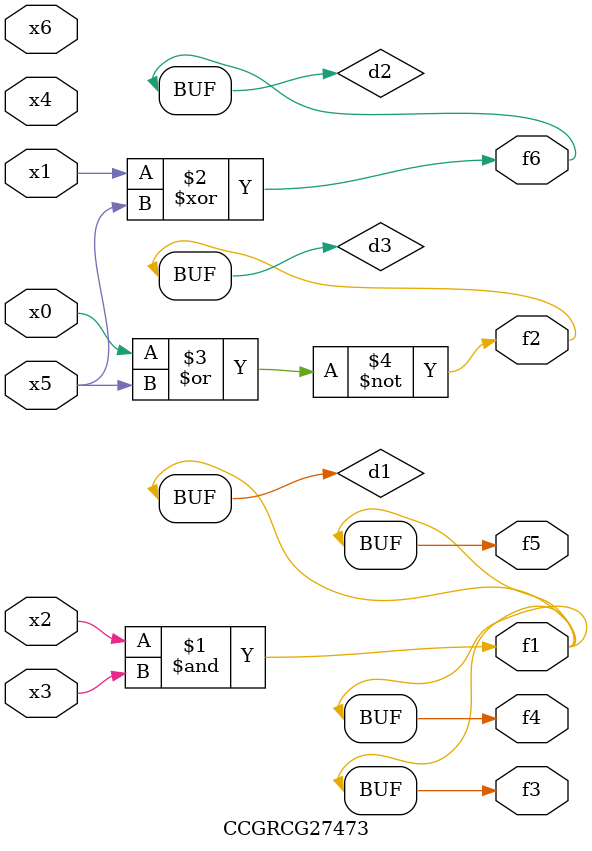
<source format=v>
module CCGRCG27473(
	input x0, x1, x2, x3, x4, x5, x6,
	output f1, f2, f3, f4, f5, f6
);

	wire d1, d2, d3;

	and (d1, x2, x3);
	xor (d2, x1, x5);
	nor (d3, x0, x5);
	assign f1 = d1;
	assign f2 = d3;
	assign f3 = d1;
	assign f4 = d1;
	assign f5 = d1;
	assign f6 = d2;
endmodule

</source>
